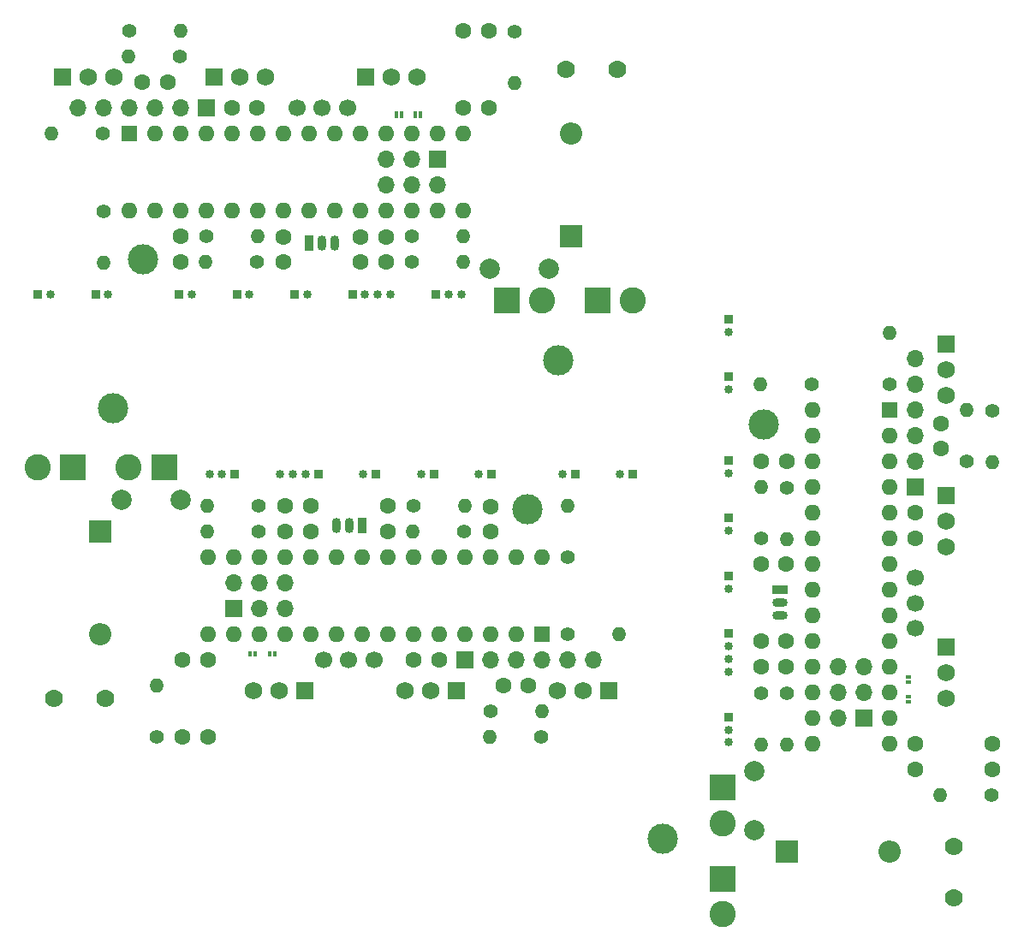
<source format=gts>
%MOIN*%
%OFA0B0*%
%FSLAX46Y46*%
%IPPOS*%
%LPD*%
%AMREC290*
4,1,3,
0.043307086614173228,0.043307086614173242,
-0.043307086614173242,0.043307086614173228,
-0.043307086614173228,-0.043307086614173242,
0.043307086614173242,-0.043307086614173228,
0*%
%AMREC300*
4,1,3,
0.033464566929133854,0.033464566929133861,
-0.033464566929133861,0.033464566929133854,
-0.033464566929133854,-0.033464566929133861,
0.033464566929133861,-0.033464566929133854,
0*%
%AMREC310*
4,1,3,
0.03444881889763779,0.0344488188976378,
-0.0344488188976378,0.03444881889763779,
-0.03444881889763779,-0.0344488188976378,
0.0344488188976378,-0.03444881889763779,
0*%
%AMREC320*
4,1,3,
0.031496062992125984,0.031496062992125991,
-0.031496062992125991,0.031496062992125984,
-0.031496062992125984,-0.031496062992125991,
0.031496062992125991,-0.031496062992125984,
0*%
%AMREC330*
4,1,3,
0.051181102362204724,0.051181102362204738,
-0.051181102362204738,0.051181102362204724,
-0.051181102362204724,-0.051181102362204738,
0.051181102362204738,-0.051181102362204724,
0*%
%AMREC340*
4,1,3,
0.017716535433070862,0.029527559055118113,
-0.017716535433070873,0.029527559055118113,
-0.017716535433070862,-0.029527559055118113,
0.017716535433070873,-0.029527559055118113,
0*%
%AMREC350*
4,1,3,
0.016732283464566927,0.016732283464566931,
-0.016732283464566931,0.016732283464566927,
-0.016732283464566927,-0.016732283464566931,
0.016732283464566931,-0.016732283464566927,
0*%
%AMREC360*
4,1,3,
0.007874015748031496,0.011811023622047244,
-0.0078740157480314977,0.011811023622047244,
-0.007874015748031496,-0.011811023622047244,
0.0078740157480314977,-0.011811023622047244,
0*%
%ADD10C,0.0039370078740157488*%
%ADD11R,0.086614173228346469X0.086614173228346469*%
%ADD12O,0.086614173228346469X0.086614173228346469*%
%ADD13C,0.07874015748031496*%
%ADD14C,0.07*%
%ADD15R,0.066929133858267723X0.066929133858267723*%
%ADD16O,0.066929133858267723X0.066929133858267723*%
%ADD17C,0.11811023622047245*%
%ADD18C,0.068897637795275593*%
%ADD19R,0.068897637795275593X0.068897637795275593*%
%ADD20R,0.062992125984251982X0.062992125984251982*%
%ADD21O,0.062992125984251982X0.062992125984251982*%
%ADD22R,0.10236220472440946X0.10236220472440946*%
%ADD23C,0.10236220472440946*%
%ADD24C,0.066929133858267723*%
%ADD25C,0.055118110236220472*%
%ADD26O,0.055118110236220472X0.055118110236220472*%
%ADD27C,0.062992125984251982*%
%ADD28O,0.035433070866141732X0.059055118110236227*%
%ADD29R,0.035433070866141732X0.059055118110236227*%
%ADD30R,0.033464566929133861X0.033464566929133861*%
%ADD31C,0.033464566929133861*%
%ADD32R,0.015748031496062995X0.023622047244094488*%
%ADD43C,0.0039370078740157488*%
%AMCOMP65*
4,1,3,
0.043307086614173228,0.043307086614173242,
-0.043307086614173242,0.043307086614173228,
-0.043307086614173228,-0.043307086614173242,
0.043307086614173242,-0.043307086614173228,
0*%
%ADD44COMP65*%
%ADD45O,0.086614173228346469X0.086614173228346469*%
%ADD46C,0.07874015748031496*%
%ADD47C,0.07*%
%AMCOMP66*
4,1,3,
0.033464566929133854,0.033464566929133861,
-0.033464566929133861,0.033464566929133854,
-0.033464566929133854,-0.033464566929133861,
0.033464566929133861,-0.033464566929133854,
0*%
%ADD48COMP66*%
%ADD49O,0.066929133858267723X0.066929133858267723*%
%ADD50C,0.11811023622047245*%
%ADD51C,0.068897637795275593*%
%AMCOMP67*
4,1,3,
0.03444881889763779,0.0344488188976378,
-0.0344488188976378,0.03444881889763779,
-0.03444881889763779,-0.0344488188976378,
0.0344488188976378,-0.03444881889763779,
0*%
%ADD52COMP67*%
%AMCOMP68*
4,1,3,
0.031496062992125984,0.031496062992125991,
-0.031496062992125991,0.031496062992125984,
-0.031496062992125984,-0.031496062992125991,
0.031496062992125991,-0.031496062992125984,
0*%
%ADD53COMP68*%
%ADD54O,0.062992125984251982X0.062992125984251982*%
%AMCOMP69*
4,1,3,
0.051181102362204724,0.051181102362204738,
-0.051181102362204738,0.051181102362204724,
-0.051181102362204724,-0.051181102362204738,
0.051181102362204738,-0.051181102362204724,
0*%
%ADD55COMP69*%
%ADD56C,0.10236220472440946*%
%ADD57C,0.066929133858267723*%
%ADD58C,0.055118110236220472*%
%ADD59O,0.055118110236220472X0.055118110236220472*%
%ADD60C,0.062992125984251982*%
%ADD61O,0.035433070866141732X0.059055118110236227*%
%AMCOMP70*
4,1,3,
0.017716535433070862,0.029527559055118113,
-0.017716535433070873,0.029527559055118113,
-0.017716535433070862,-0.029527559055118113,
0.017716535433070873,-0.029527559055118113,
0*%
%ADD62COMP70*%
%AMCOMP71*
4,1,3,
0.016732283464566927,0.016732283464566931,
-0.016732283464566931,0.016732283464566927,
-0.016732283464566927,-0.016732283464566931,
0.016732283464566931,-0.016732283464566927,
0*%
%ADD63COMP71*%
%ADD64C,0.033464566929133861*%
%AMCOMP72*
4,1,3,
0.007874015748031496,0.011811023622047244,
-0.0078740157480314977,0.011811023622047244,
-0.007874015748031496,-0.011811023622047244,
0.0078740157480314977,-0.011811023622047244,
0*%
%ADD65COMP72*%
%ADD66C,0.0039370078740157488*%
%ADD67R,0.086614173228346469X0.086614173228346469*%
%ADD68O,0.086614173228346469X0.086614173228346469*%
%ADD69C,0.07874015748031496*%
%ADD70C,0.07*%
%ADD71R,0.066929133858267723X0.066929133858267723*%
%ADD72O,0.066929133858267723X0.066929133858267723*%
%ADD73C,0.11811023622047245*%
%ADD74C,0.068897637795275593*%
%ADD75R,0.068897637795275593X0.068897637795275593*%
%ADD76R,0.062992125984251982X0.062992125984251982*%
%ADD77O,0.062992125984251982X0.062992125984251982*%
%ADD78R,0.10236220472440946X0.10236220472440946*%
%ADD79C,0.10236220472440946*%
%ADD80C,0.066929133858267723*%
%ADD81C,0.055118110236220472*%
%ADD82O,0.055118110236220472X0.055118110236220472*%
%ADD83C,0.062992125984251982*%
%ADD84O,0.059055118110236227X0.035433070866141732*%
%ADD85R,0.059055118110236227X0.035433070866141732*%
%ADD86R,0.033464566929133861X0.033464566929133861*%
%ADD87C,0.033464566929133861*%
%ADD88R,0.023622047244094488X0.015748031496062995*%
G01*
D10*
D11*
X-0004606299Y0005275590D02*
X0000343307Y0001629330D03*
D12*
X0000343307Y0001229330D03*
D13*
X0000429133Y0001754330D03*
X0000657480Y0001754330D03*
D14*
X0000363307Y0000979330D03*
X0000163307Y0000979330D03*
D15*
X0001763307Y0001129330D03*
D16*
X0001863307Y0001129330D03*
X0001963307Y0001129330D03*
X0002063307Y0001129330D03*
X0002163307Y0001129330D03*
X0002263307Y0001129330D03*
D17*
X0002007795Y0001717913D03*
D18*
X0002122755Y0001009251D03*
X0002222755Y0001009251D03*
D19*
X0002322755Y0001009251D03*
D17*
X0000393622Y0002111614D03*
D20*
X0002063307Y0001229330D03*
D21*
X0000763307Y0001529330D03*
X0001963307Y0001229330D03*
X0000863307Y0001529330D03*
X0001863307Y0001229330D03*
X0000963307Y0001529330D03*
X0001763307Y0001229330D03*
X0001063307Y0001529330D03*
X0001663307Y0001229330D03*
X0001163307Y0001529330D03*
X0001563307Y0001229330D03*
X0001263307Y0001529330D03*
X0001463307Y0001229330D03*
X0001363307Y0001529330D03*
X0001363307Y0001229330D03*
X0001463307Y0001529330D03*
X0001263307Y0001229330D03*
X0001563307Y0001529330D03*
X0001163307Y0001229330D03*
X0001663307Y0001529330D03*
X0001063307Y0001229330D03*
X0001763307Y0001529330D03*
X0000963307Y0001229330D03*
X0001863307Y0001529330D03*
X0000863307Y0001229330D03*
X0001963307Y0001529330D03*
X0000763307Y0001229330D03*
X0002063307Y0001529330D03*
D22*
X0000593307Y0001879330D03*
D23*
X0000455511Y0001879330D03*
D22*
X0000238307Y0001879330D03*
D23*
X0000100511Y0001879330D03*
D24*
X0001213307Y0001129330D03*
X0001311732Y0001129330D03*
X0001410157Y0001129330D03*
D25*
X0001864881Y0000929330D03*
D26*
X0002064881Y0000929330D03*
D25*
X0002061732Y0000829330D03*
D26*
X0001861732Y0000829330D03*
D27*
X0001463307Y0001729330D03*
X0001463307Y0001630905D03*
X0001163307Y0001729330D03*
X0001163307Y0001630905D03*
X0001663307Y0001129330D03*
X0001564881Y0001129330D03*
D28*
X0001313307Y0001654330D03*
X0001263307Y0001654330D03*
D29*
X0001363307Y0001654330D03*
D27*
X0001063307Y0001729330D03*
X0001063307Y0001630905D03*
X0001913307Y0001029330D03*
X0002011732Y0001029330D03*
D25*
X0002164881Y0001229330D03*
D26*
X0002364881Y0001229330D03*
D27*
X0001863307Y0001629330D03*
X0001863307Y0001727755D03*
D25*
X0001564881Y0001729330D03*
D26*
X0001764881Y0001729330D03*
D25*
X0001761732Y0001629330D03*
D26*
X0001561732Y0001629330D03*
D18*
X0001532204Y0001009251D03*
X0001632204Y0001009251D03*
D19*
X0001732204Y0001009251D03*
D18*
X0000941653Y0001009251D03*
X0001041653Y0001009251D03*
D19*
X0001141653Y0001009251D03*
D25*
X0000961732Y0001629330D03*
D26*
X0000761732Y0001629330D03*
D25*
X0000961732Y0001729330D03*
D26*
X0000761732Y0001729330D03*
D25*
X0002163307Y0001530905D03*
D26*
X0002163307Y0001730905D03*
D27*
X0000663307Y0001129330D03*
X0000663307Y0000829330D03*
X0000763307Y0001129330D03*
X0000763307Y0000829330D03*
D25*
X0000563307Y0000830905D03*
D26*
X0000563307Y0001030905D03*
D15*
X0000863307Y0001329330D03*
D16*
X0000863307Y0001429330D03*
X0000963307Y0001329330D03*
X0000963307Y0001429330D03*
X0001063307Y0001329330D03*
X0001063307Y0001429330D03*
D30*
X0001643307Y0001854330D03*
D31*
X0001594094Y0001854330D03*
D30*
X0001193307Y0001854330D03*
D31*
X0001144094Y0001854330D03*
X0001094881Y0001854330D03*
X0001045669Y0001854330D03*
D30*
X0001418307Y0001854330D03*
D31*
X0001369094Y0001854330D03*
D30*
X0002418307Y0001854330D03*
D31*
X0002369094Y0001854330D03*
D30*
X0001868307Y0001854330D03*
D31*
X0001819094Y0001854330D03*
D30*
X0000868307Y0001854330D03*
D31*
X0000819094Y0001854330D03*
X0000769881Y0001854330D03*
D32*
X0000928464Y0001154330D03*
X0000948149Y0001154330D03*
D30*
X0002193307Y0001854330D03*
D31*
X0002144094Y0001854330D03*
D32*
X0001023149Y0001154330D03*
X0001003464Y0001154330D03*
G04 next file*
G04 #@! TF.FileFunction,Soldermask,Top*
G04 Gerber Fmt 4.6, Leading zero omitted, Abs format (unit mm)*
G04 Created by KiCad (PCBNEW 4.0.7) date 08/08/19 19:02:58*
G01*
G04 APERTURE LIST*
G04 APERTURE END LIST*
D43*
D44*
X0007125984Y-0000866141D02*
X0002176377Y0002780118D03*
D45*
X0002176377Y0003180118D03*
D46*
X0002090551Y0002655118D03*
X0001862204Y0002655118D03*
D47*
X0002156377Y0003430118D03*
X0002356377Y0003430118D03*
D48*
X0000756377Y0003280118D03*
D49*
X0000656377Y0003280118D03*
X0000556377Y0003280118D03*
X0000456377Y0003280118D03*
X0000356377Y0003280118D03*
X0000256377Y0003280118D03*
D50*
X0000511889Y0002691535D03*
D51*
X0000396929Y0003400196D03*
X0000296929Y0003400196D03*
D52*
X0000196929Y0003400196D03*
D50*
X0002126062Y0002297834D03*
D53*
X0000456377Y0003180118D03*
D54*
X0001756377Y0002880118D03*
X0000556377Y0003180118D03*
X0001656377Y0002880118D03*
X0000656377Y0003180118D03*
X0001556377Y0002880118D03*
X0000756377Y0003180118D03*
X0001456377Y0002880118D03*
X0000856377Y0003180118D03*
X0001356377Y0002880118D03*
X0000956377Y0003180118D03*
X0001256377Y0002880118D03*
X0001056377Y0003180118D03*
X0001156377Y0002880118D03*
X0001156377Y0003180118D03*
X0001056377Y0002880118D03*
X0001256377Y0003180118D03*
X0000956377Y0002880118D03*
X0001356377Y0003180118D03*
X0000856377Y0002880118D03*
X0001456377Y0003180118D03*
X0000756377Y0002880118D03*
X0001556377Y0003180118D03*
X0000656377Y0002880118D03*
X0001656377Y0003180118D03*
X0000556377Y0002880118D03*
X0001756377Y0003180118D03*
X0000456377Y0002880118D03*
D55*
X0001926377Y0002530118D03*
D56*
X0002064173Y0002530118D03*
D55*
X0002281377Y0002530118D03*
D56*
X0002419173Y0002530118D03*
D57*
X0001306377Y0003280118D03*
X0001207952Y0003280118D03*
X0001109527Y0003280118D03*
D58*
X0000654803Y0003480118D03*
D59*
X0000454803Y0003480118D03*
D58*
X0000457952Y0003580118D03*
D59*
X0000657952Y0003580118D03*
D60*
X0001056377Y0002680118D03*
X0001056377Y0002778543D03*
X0001356377Y0002680118D03*
X0001356377Y0002778543D03*
X0000856377Y0003280118D03*
X0000954803Y0003280118D03*
D61*
X0001206377Y0002755118D03*
X0001256377Y0002755118D03*
D62*
X0001156377Y0002755118D03*
D60*
X0001456377Y0002680118D03*
X0001456377Y0002778543D03*
X0000606377Y0003380118D03*
X0000507952Y0003380118D03*
D58*
X0000354803Y0003180118D03*
D59*
X0000154803Y0003180118D03*
D60*
X0000656377Y0002780118D03*
X0000656377Y0002681692D03*
D58*
X0000954803Y0002680118D03*
D59*
X0000754803Y0002680118D03*
D58*
X0000757952Y0002780118D03*
D59*
X0000957952Y0002780118D03*
D51*
X0000987480Y0003400196D03*
X0000887480Y0003400196D03*
D52*
X0000787480Y0003400196D03*
D51*
X0001578031Y0003400196D03*
X0001478031Y0003400196D03*
D52*
X0001378031Y0003400196D03*
D58*
X0001557952Y0002780118D03*
D59*
X0001757952Y0002780118D03*
D58*
X0001557952Y0002680118D03*
D59*
X0001757952Y0002680118D03*
D58*
X0000356377Y0002878543D03*
D59*
X0000356377Y0002678543D03*
D60*
X0001856377Y0003280118D03*
X0001856377Y0003580118D03*
X0001756377Y0003280118D03*
X0001756377Y0003580118D03*
D58*
X0001956377Y0003578543D03*
D59*
X0001956377Y0003378543D03*
D48*
X0001656377Y0003080118D03*
D49*
X0001656377Y0002980118D03*
X0001556377Y0003080118D03*
X0001556377Y0002980118D03*
X0001456377Y0003080118D03*
X0001456377Y0002980118D03*
D63*
X0000876377Y0002555118D03*
D64*
X0000925590Y0002555118D03*
D63*
X0001326377Y0002555118D03*
D64*
X0001375590Y0002555118D03*
X0001424803Y0002555118D03*
X0001474015Y0002555118D03*
D63*
X0001101377Y0002555118D03*
D64*
X0001150590Y0002555118D03*
D63*
X0000101377Y0002555118D03*
D64*
X0000150590Y0002555118D03*
D63*
X0000651377Y0002555118D03*
D64*
X0000700590Y0002555118D03*
D63*
X0001651377Y0002555118D03*
D64*
X0001700590Y0002555118D03*
X0001749803Y0002555118D03*
D65*
X0001591220Y0003255118D03*
X0001571535Y0003255118D03*
D63*
X0000326377Y0002555118D03*
D64*
X0000375590Y0002555118D03*
D65*
X0001496535Y0003255118D03*
X0001516220Y0003255118D03*
G04 next file*
G04 #@! TF.FileFunction,Soldermask,Top*
G04 Gerber Fmt 4.6, Leading zero omitted, Abs format (unit mm)*
G04 Created by KiCad (PCBNEW 4.0.7) date 08/08/19 19:02:58*
G01*
G04 APERTURE LIST*
G04 APERTURE END LIST*
D66*
D67*
X-0000629921Y-0004566929D02*
X0003016338Y0000382677D03*
D68*
X0003416338Y0000382677D03*
D69*
X0002891338Y0000468503D03*
X0002891338Y0000696850D03*
D70*
X0003666338Y0000402677D03*
X0003666338Y0000202677D03*
D71*
X0003516338Y0001802677D03*
D72*
X0003516338Y0001902677D03*
X0003516338Y0002002677D03*
X0003516338Y0002102677D03*
X0003516338Y0002202677D03*
X0003516338Y0002302677D03*
D73*
X0002927755Y0002047165D03*
D74*
X0003636417Y0002162125D03*
X0003636417Y0002262125D03*
D75*
X0003636417Y0002362125D03*
D73*
X0002534055Y0000432992D03*
D76*
X0003416338Y0002102677D03*
D77*
X0003116338Y0000802677D03*
X0003416338Y0002002677D03*
X0003116338Y0000902677D03*
X0003416338Y0001902677D03*
X0003116338Y0001002677D03*
X0003416338Y0001802677D03*
X0003116338Y0001102677D03*
X0003416338Y0001702677D03*
X0003116338Y0001202677D03*
X0003416338Y0001602677D03*
X0003116338Y0001302677D03*
X0003416338Y0001502677D03*
X0003116338Y0001402677D03*
X0003416338Y0001402677D03*
X0003116338Y0001502677D03*
X0003416338Y0001302677D03*
X0003116338Y0001602677D03*
X0003416338Y0001202677D03*
X0003116338Y0001702677D03*
X0003416338Y0001102677D03*
X0003116338Y0001802677D03*
X0003416338Y0001002677D03*
X0003116338Y0001902677D03*
X0003416338Y0000902677D03*
X0003116338Y0002002677D03*
X0003416338Y0000802677D03*
X0003116338Y0002102677D03*
D78*
X0002766338Y0000632677D03*
D79*
X0002766338Y0000494881D03*
D78*
X0002766338Y0000277677D03*
D79*
X0002766338Y0000139881D03*
D80*
X0003516338Y0001252677D03*
X0003516338Y0001351102D03*
X0003516338Y0001449527D03*
D81*
X0003716338Y0001904251D03*
D82*
X0003716338Y0002104251D03*
D81*
X0003816338Y0002101102D03*
D82*
X0003816338Y0001901102D03*
D83*
X0002916338Y0001502677D03*
X0003014763Y0001502677D03*
X0002916338Y0001202677D03*
X0003014763Y0001202677D03*
X0003516338Y0001702677D03*
X0003516338Y0001604251D03*
D84*
X0002991338Y0001352677D03*
X0002991338Y0001302677D03*
D85*
X0002991338Y0001402677D03*
D83*
X0002916338Y0001102677D03*
X0003014763Y0001102677D03*
X0003616338Y0001952677D03*
X0003616338Y0002051102D03*
D81*
X0003416338Y0002204251D03*
D82*
X0003416338Y0002404251D03*
D83*
X0003016338Y0001902677D03*
X0002917913Y0001902677D03*
D81*
X0002916338Y0001604251D03*
D82*
X0002916338Y0001804251D03*
D81*
X0003016338Y0001801102D03*
D82*
X0003016338Y0001601102D03*
D74*
X0003636417Y0001571574D03*
X0003636417Y0001671574D03*
D75*
X0003636417Y0001771574D03*
D74*
X0003636417Y0000981023D03*
X0003636417Y0001081023D03*
D75*
X0003636417Y0001181023D03*
D81*
X0003016338Y0001001102D03*
D82*
X0003016338Y0000801102D03*
D81*
X0002916338Y0001001102D03*
D82*
X0002916338Y0000801102D03*
D81*
X0003114763Y0002202677D03*
D82*
X0002914763Y0002202677D03*
D83*
X0003516338Y0000702677D03*
X0003816338Y0000702677D03*
X0003516338Y0000802677D03*
X0003816338Y0000802677D03*
D81*
X0003814763Y0000602677D03*
D82*
X0003614763Y0000602677D03*
D71*
X0003316338Y0000902677D03*
D72*
X0003216338Y0000902677D03*
X0003316338Y0001002677D03*
X0003216338Y0001002677D03*
X0003316338Y0001102677D03*
X0003216338Y0001102677D03*
D86*
X0002791338Y0001682677D03*
D87*
X0002791338Y0001633464D03*
D86*
X0002791338Y0001232677D03*
D87*
X0002791338Y0001183464D03*
X0002791338Y0001134251D03*
X0002791338Y0001085039D03*
D86*
X0002791338Y0001457677D03*
D87*
X0002791338Y0001408464D03*
D86*
X0002791338Y0002457677D03*
D87*
X0002791338Y0002408464D03*
D86*
X0002791338Y0001907677D03*
D87*
X0002791338Y0001858464D03*
D86*
X0002791338Y0000907677D03*
D87*
X0002791338Y0000858464D03*
X0002791338Y0000809251D03*
D88*
X0003491338Y0000967834D03*
X0003491338Y0000987519D03*
D86*
X0002791338Y0002232677D03*
D87*
X0002791338Y0002183464D03*
D88*
X0003491338Y0001062519D03*
X0003491338Y0001042834D03*
M02*
</source>
